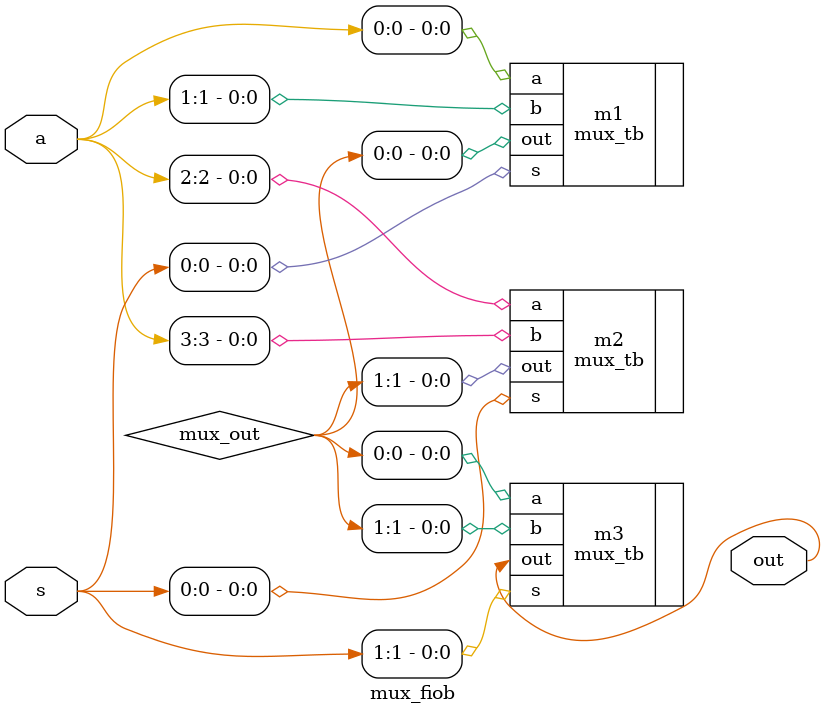
<source format=sv>
module mux_fiob(a, s, out);
    input [3:0] a;
    input [1:0] s;
    output wire out;

    wire [1:0] mux_out;

    mux_tb m1(.a(a[0]), .b(a[1]), .s(s[0]), .out(mux_out[0]));
    mux_tb m2(.a(a[2]), .b(a[3]), .s(s[0]), .out(mux_out[1]));
    mux_tb m3(.a(mux_out[0]), .b(mux_out[1]), .s(s[1]), .out(out));
endmodule

</source>
